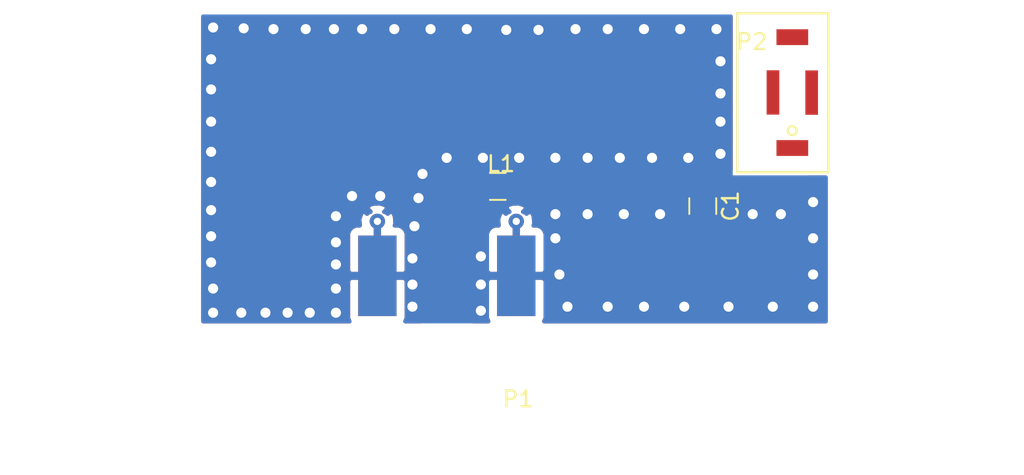
<source format=kicad_pcb>
(kicad_pcb (version 4) (host pcbnew 4.0.5)

  (general
    (links 88)
    (no_connects 5)
    (area 67.498524 99.2384 132.252476 129.595333)
    (thickness 1.6)
    (drawings 4)
    (tracks 0)
    (zones 0)
    (modules 80)
    (nets 6)
  )

  (page A4)
  (layers
    (0 F.Cu signal)
    (31 B.Cu signal)
    (32 B.Adhes user)
    (33 F.Adhes user)
    (34 B.Paste user)
    (35 F.Paste user)
    (36 B.SilkS user)
    (37 F.SilkS user)
    (38 B.Mask user)
    (39 F.Mask user)
    (40 Dwgs.User user)
    (41 Cmts.User user)
    (42 Eco1.User user)
    (43 Eco2.User user)
    (44 Edge.Cuts user)
    (45 Margin user)
    (46 B.CrtYd user)
    (47 F.CrtYd user)
    (48 B.Fab user)
    (49 F.Fab user)
  )

  (setup
    (last_trace_width 0.8382)
    (trace_clearance 0.2)
    (zone_clearance 0.508)
    (zone_45_only no)
    (trace_min 0.1524)
    (segment_width 0.2)
    (edge_width 0.15)
    (via_size 0.6)
    (via_drill 0.4)
    (via_min_size 0.4)
    (via_min_drill 0.3)
    (uvia_size 0.3)
    (uvia_drill 0.1)
    (uvias_allowed no)
    (uvia_min_size 0.2)
    (uvia_min_drill 0.1)
    (pcb_text_width 0.3)
    (pcb_text_size 1.5 1.5)
    (mod_edge_width 0.15)
    (mod_text_size 1 1)
    (mod_text_width 0.15)
    (pad_size 1 1)
    (pad_drill 0.64)
    (pad_to_mask_clearance 0.2)
    (aux_axis_origin 80 120)
    (grid_origin 80 120)
    (visible_elements 7FFEFF7F)
    (pcbplotparams
      (layerselection 0x020f0_80000001)
      (usegerberextensions false)
      (excludeedgelayer true)
      (linewidth 0.025400)
      (plotframeref false)
      (viasonmask false)
      (mode 1)
      (useauxorigin true)
      (hpglpennumber 1)
      (hpglpenspeed 20)
      (hpglpendiameter 15)
      (hpglpenoverlay 2)
      (psnegative false)
      (psa4output false)
      (plotreference true)
      (plotvalue true)
      (plotinvisibletext false)
      (padsonsilk false)
      (subtractmaskfromsilk false)
      (outputformat 1)
      (mirror false)
      (drillshape 0)
      (scaleselection 1)
      (outputdirectory ""))
  )

  (net 0 "")
  (net 1 GND)
  (net 2 "Net-(P2-Pad2)")
  (net 3 "Net-(L1-Pad2)")
  (net 4 "Net-(C1-Pad1)")
  (net 5 "Net-(C1-Pad2)")

  (net_class Default "This is the default net class."
    (clearance 0.2)
    (trace_width 0.8382)
    (via_dia 0.6)
    (via_drill 0.4)
    (uvia_dia 0.3)
    (uvia_drill 0.1)
    (add_net GND)
    (add_net "Net-(C1-Pad1)")
    (add_net "Net-(C1-Pad2)")
    (add_net "Net-(L1-Pad2)")
    (add_net "Net-(P2-Pad2)")
  )

  (module Misc:Via_Stitch_Dia1.00mm_Drill0.64mm (layer F.Cu) (tedit 5903ABD7) (tstamp 5903B394)
    (at 80.889 103.109)
    (fp_text reference REF** (at 0 0.889) (layer F.SilkS) hide
      (effects (font (size 1 1) (thickness 0.15)))
    )
    (fp_text value Via_Stitch_Dia1.00mm_Drill0.64mm (at 0 -0.889) (layer F.Fab)
      (effects (font (size 1 1) (thickness 0.15)))
    )
    (pad 1 thru_hole circle (at 0 0) (size 1 1) (drill 0.64) (layers *.Cu)
      (net 1 GND) (zone_connect 2))
  )

  (module Misc:Via_Stitch_Dia1.00mm_Drill0.64mm (layer F.Cu) (tedit 5903ABD7) (tstamp 5903B38F)
    (at 80.889 105.014)
    (fp_text reference REF** (at 0 0.889) (layer F.SilkS) hide
      (effects (font (size 1 1) (thickness 0.15)))
    )
    (fp_text value Via_Stitch_Dia1.00mm_Drill0.64mm (at 0 -0.889) (layer F.Fab)
      (effects (font (size 1 1) (thickness 0.15)))
    )
    (pad 1 thru_hole circle (at 0 0) (size 1 1) (drill 0.64) (layers *.Cu)
      (net 1 GND) (zone_connect 2))
  )

  (module Misc:Via_Stitch_Dia1.00mm_Drill0.64mm (layer F.Cu) (tedit 5903ABD7) (tstamp 5903B38A)
    (at 80.889 107.046)
    (fp_text reference REF** (at 0 0.889) (layer F.SilkS) hide
      (effects (font (size 1 1) (thickness 0.15)))
    )
    (fp_text value Via_Stitch_Dia1.00mm_Drill0.64mm (at 0 -0.889) (layer F.Fab)
      (effects (font (size 1 1) (thickness 0.15)))
    )
    (pad 1 thru_hole circle (at 0 0) (size 1 1) (drill 0.64) (layers *.Cu)
      (net 1 GND) (zone_connect 2))
  )

  (module Misc:Via_Stitch_Dia1.00mm_Drill0.64mm (layer F.Cu) (tedit 5903ABD7) (tstamp 5903B385)
    (at 80.889 108.951)
    (fp_text reference REF** (at 0 0.889) (layer F.SilkS) hide
      (effects (font (size 1 1) (thickness 0.15)))
    )
    (fp_text value Via_Stitch_Dia1.00mm_Drill0.64mm (at 0 -0.889) (layer F.Fab)
      (effects (font (size 1 1) (thickness 0.15)))
    )
    (pad 1 thru_hole circle (at 0 0) (size 1 1) (drill 0.64) (layers *.Cu)
      (net 1 GND) (zone_connect 2))
  )

  (module Misc:Via_Stitch_Dia1.00mm_Drill0.64mm (layer F.Cu) (tedit 5903ABD7) (tstamp 5903B380)
    (at 80.889 110.856)
    (fp_text reference REF** (at 0 0.889) (layer F.SilkS) hide
      (effects (font (size 1 1) (thickness 0.15)))
    )
    (fp_text value Via_Stitch_Dia1.00mm_Drill0.64mm (at 0 -0.889) (layer F.Fab)
      (effects (font (size 1 1) (thickness 0.15)))
    )
    (pad 1 thru_hole circle (at 0 0) (size 1 1) (drill 0.64) (layers *.Cu)
      (net 1 GND) (zone_connect 2))
  )

  (module Misc:Via_Stitch_Dia1.00mm_Drill0.64mm (layer F.Cu) (tedit 5903ABD7) (tstamp 5903B37B)
    (at 80.889 112.634)
    (fp_text reference REF** (at 0 0.889) (layer F.SilkS) hide
      (effects (font (size 1 1) (thickness 0.15)))
    )
    (fp_text value Via_Stitch_Dia1.00mm_Drill0.64mm (at 0 -0.889) (layer F.Fab)
      (effects (font (size 1 1) (thickness 0.15)))
    )
    (pad 1 thru_hole circle (at 0 0) (size 1 1) (drill 0.64) (layers *.Cu)
      (net 1 GND) (zone_connect 2))
  )

  (module Misc:Via_Stitch_Dia1.00mm_Drill0.64mm (layer F.Cu) (tedit 5903ABD7) (tstamp 5903B376)
    (at 80.889 114.285)
    (fp_text reference REF** (at 0 0.889) (layer F.SilkS) hide
      (effects (font (size 1 1) (thickness 0.15)))
    )
    (fp_text value Via_Stitch_Dia1.00mm_Drill0.64mm (at 0 -0.889) (layer F.Fab)
      (effects (font (size 1 1) (thickness 0.15)))
    )
    (pad 1 thru_hole circle (at 0 0) (size 1 1) (drill 0.64) (layers *.Cu)
      (net 1 GND) (zone_connect 2))
  )

  (module Misc:Via_Stitch_Dia1.00mm_Drill0.64mm (layer F.Cu) (tedit 5903ABD7) (tstamp 5903B371)
    (at 80.889 115.936)
    (fp_text reference REF** (at 0 0.889) (layer F.SilkS) hide
      (effects (font (size 1 1) (thickness 0.15)))
    )
    (fp_text value Via_Stitch_Dia1.00mm_Drill0.64mm (at 0 -0.889) (layer F.Fab)
      (effects (font (size 1 1) (thickness 0.15)))
    )
    (pad 1 thru_hole circle (at 0 0) (size 1 1) (drill 0.64) (layers *.Cu)
      (net 1 GND) (zone_connect 2))
  )

  (module Misc:Via_Stitch_Dia1.00mm_Drill0.64mm (layer F.Cu) (tedit 5903ABD7) (tstamp 5903B36C)
    (at 81.016 117.587)
    (fp_text reference REF** (at 0 0.889) (layer F.SilkS) hide
      (effects (font (size 1 1) (thickness 0.15)))
    )
    (fp_text value Via_Stitch_Dia1.00mm_Drill0.64mm (at 0 -0.889) (layer F.Fab)
      (effects (font (size 1 1) (thickness 0.15)))
    )
    (pad 1 thru_hole circle (at 0 0) (size 1 1) (drill 0.64) (layers *.Cu)
      (net 1 GND) (zone_connect 2))
  )

  (module Misc:Via_Stitch_Dia1.00mm_Drill0.64mm (layer F.Cu) (tedit 5903ABD7) (tstamp 5903B367)
    (at 81.016 119.111)
    (fp_text reference REF** (at 0 0.889) (layer F.SilkS) hide
      (effects (font (size 1 1) (thickness 0.15)))
    )
    (fp_text value Via_Stitch_Dia1.00mm_Drill0.64mm (at 0 -0.889) (layer F.Fab)
      (effects (font (size 1 1) (thickness 0.15)))
    )
    (pad 1 thru_hole circle (at 0 0) (size 1 1) (drill 0.64) (layers *.Cu)
      (net 1 GND) (zone_connect 2))
  )

  (module Misc:Via_Stitch_Dia1.00mm_Drill0.64mm (layer F.Cu) (tedit 5903ABD7) (tstamp 5903B362)
    (at 82.794 119.111)
    (fp_text reference REF** (at 0 0.889) (layer F.SilkS) hide
      (effects (font (size 1 1) (thickness 0.15)))
    )
    (fp_text value Via_Stitch_Dia1.00mm_Drill0.64mm (at 0 -0.889) (layer F.Fab)
      (effects (font (size 1 1) (thickness 0.15)))
    )
    (pad 1 thru_hole circle (at 0 0) (size 1 1) (drill 0.64) (layers *.Cu)
      (net 1 GND) (zone_connect 2))
  )

  (module Misc:Via_Stitch_Dia1.00mm_Drill0.64mm (layer F.Cu) (tedit 5903ABD7) (tstamp 5903B35D)
    (at 84.318 119.111)
    (fp_text reference REF** (at 0 0.889) (layer F.SilkS) hide
      (effects (font (size 1 1) (thickness 0.15)))
    )
    (fp_text value Via_Stitch_Dia1.00mm_Drill0.64mm (at 0 -0.889) (layer F.Fab)
      (effects (font (size 1 1) (thickness 0.15)))
    )
    (pad 1 thru_hole circle (at 0 0) (size 1 1) (drill 0.64) (layers *.Cu)
      (net 1 GND) (zone_connect 2))
  )

  (module Misc:Via_Stitch_Dia1.00mm_Drill0.64mm (layer F.Cu) (tedit 5903ABD7) (tstamp 5903B358)
    (at 85.715 119.111)
    (fp_text reference REF** (at 0 0.889) (layer F.SilkS) hide
      (effects (font (size 1 1) (thickness 0.15)))
    )
    (fp_text value Via_Stitch_Dia1.00mm_Drill0.64mm (at 0 -0.889) (layer F.Fab)
      (effects (font (size 1 1) (thickness 0.15)))
    )
    (pad 1 thru_hole circle (at 0 0) (size 1 1) (drill 0.64) (layers *.Cu)
      (net 1 GND) (zone_connect 2))
  )

  (module Misc:Via_Stitch_Dia1.00mm_Drill0.64mm (layer F.Cu) (tedit 5903ABD7) (tstamp 5903B349)
    (at 87.112 119.111)
    (fp_text reference REF** (at 0 0.889) (layer F.SilkS) hide
      (effects (font (size 1 1) (thickness 0.15)))
    )
    (fp_text value Via_Stitch_Dia1.00mm_Drill0.64mm (at 0 -0.889) (layer F.Fab)
      (effects (font (size 1 1) (thickness 0.15)))
    )
    (pad 1 thru_hole circle (at 0 0) (size 1 1) (drill 0.64) (layers *.Cu)
      (net 1 GND) (zone_connect 2))
  )

  (module Misc:Via_Stitch_Dia1.00mm_Drill0.64mm (layer F.Cu) (tedit 5903ABD7) (tstamp 5903B344)
    (at 88.763 119.111)
    (fp_text reference REF** (at 0 0.889) (layer F.SilkS) hide
      (effects (font (size 1 1) (thickness 0.15)))
    )
    (fp_text value Via_Stitch_Dia1.00mm_Drill0.64mm (at 0 -0.889) (layer F.Fab)
      (effects (font (size 1 1) (thickness 0.15)))
    )
    (pad 1 thru_hole circle (at 0 0) (size 1 1) (drill 0.64) (layers *.Cu)
      (net 1 GND) (zone_connect 2))
  )

  (module Misc:Via_Stitch_Dia1.00mm_Drill0.64mm (layer F.Cu) (tedit 5903ABD7) (tstamp 5903B33F)
    (at 88.763 117.587)
    (fp_text reference REF** (at 0 0.889) (layer F.SilkS) hide
      (effects (font (size 1 1) (thickness 0.15)))
    )
    (fp_text value Via_Stitch_Dia1.00mm_Drill0.64mm (at 0 -0.889) (layer F.Fab)
      (effects (font (size 1 1) (thickness 0.15)))
    )
    (pad 1 thru_hole circle (at 0 0) (size 1 1) (drill 0.64) (layers *.Cu)
      (net 1 GND) (zone_connect 2))
  )

  (module Misc:Via_Stitch_Dia1.00mm_Drill0.64mm (layer F.Cu) (tedit 5903ABD7) (tstamp 5903B33A)
    (at 88.763 116.063)
    (fp_text reference REF** (at 0 0.889) (layer F.SilkS) hide
      (effects (font (size 1 1) (thickness 0.15)))
    )
    (fp_text value Via_Stitch_Dia1.00mm_Drill0.64mm (at 0 -0.889) (layer F.Fab)
      (effects (font (size 1 1) (thickness 0.15)))
    )
    (pad 1 thru_hole circle (at 0 0) (size 1 1) (drill 0.64) (layers *.Cu)
      (net 1 GND) (zone_connect 2))
  )

  (module Misc:Via_Stitch_Dia1.00mm_Drill0.64mm (layer F.Cu) (tedit 5903ABD7) (tstamp 5903B335)
    (at 88.763 114.666)
    (fp_text reference REF** (at 0 0.889) (layer F.SilkS) hide
      (effects (font (size 1 1) (thickness 0.15)))
    )
    (fp_text value Via_Stitch_Dia1.00mm_Drill0.64mm (at 0 -0.889) (layer F.Fab)
      (effects (font (size 1 1) (thickness 0.15)))
    )
    (pad 1 thru_hole circle (at 0 0) (size 1 1) (drill 0.64) (layers *.Cu)
      (net 1 GND) (zone_connect 2))
  )

  (module Misc:Via_Stitch_Dia1.00mm_Drill0.64mm (layer F.Cu) (tedit 5903ABD7) (tstamp 5903B330)
    (at 88.763 113.015)
    (fp_text reference REF** (at 0 0.889) (layer F.SilkS) hide
      (effects (font (size 1 1) (thickness 0.15)))
    )
    (fp_text value Via_Stitch_Dia1.00mm_Drill0.64mm (at 0 -0.889) (layer F.Fab)
      (effects (font (size 1 1) (thickness 0.15)))
    )
    (pad 1 thru_hole circle (at 0 0) (size 1 1) (drill 0.64) (layers *.Cu)
      (net 1 GND) (zone_connect 2))
  )

  (module Misc:Via_Stitch_Dia1.00mm_Drill0.64mm (layer F.Cu) (tedit 5903ABD7) (tstamp 5903B32B)
    (at 89.779 111.745)
    (fp_text reference REF** (at 0 0.889) (layer F.SilkS) hide
      (effects (font (size 1 1) (thickness 0.15)))
    )
    (fp_text value Via_Stitch_Dia1.00mm_Drill0.64mm (at 0 -0.889) (layer F.Fab)
      (effects (font (size 1 1) (thickness 0.15)))
    )
    (pad 1 thru_hole circle (at 0 0) (size 1 1) (drill 0.64) (layers *.Cu)
      (net 1 GND) (zone_connect 2))
  )

  (module Misc:Via_Stitch_Dia1.00mm_Drill0.64mm (layer F.Cu) (tedit 5903ABD7) (tstamp 5903B326)
    (at 97.907 118.984)
    (fp_text reference REF** (at 0 0.889) (layer F.SilkS) hide
      (effects (font (size 1 1) (thickness 0.15)))
    )
    (fp_text value Via_Stitch_Dia1.00mm_Drill0.64mm (at 0 -0.889) (layer F.Fab)
      (effects (font (size 1 1) (thickness 0.15)))
    )
    (pad 1 thru_hole circle (at 0 0) (size 1 1) (drill 0.64) (layers *.Cu)
      (net 1 GND) (zone_connect 2))
  )

  (module Misc:Via_Stitch_Dia1.00mm_Drill0.64mm (layer F.Cu) (tedit 5903ABD7) (tstamp 5903B321)
    (at 97.907 117.333)
    (fp_text reference REF** (at 0 0.889) (layer F.SilkS) hide
      (effects (font (size 1 1) (thickness 0.15)))
    )
    (fp_text value Via_Stitch_Dia1.00mm_Drill0.64mm (at 0 -0.889) (layer F.Fab)
      (effects (font (size 1 1) (thickness 0.15)))
    )
    (pad 1 thru_hole circle (at 0 0) (size 1 1) (drill 0.64) (layers *.Cu)
      (net 1 GND) (zone_connect 2))
  )

  (module Misc:Via_Stitch_Dia1.00mm_Drill0.64mm (layer F.Cu) (tedit 5903ABD7) (tstamp 5903B31B)
    (at 91.557 111.745)
    (fp_text reference REF** (at 0 0.889) (layer F.SilkS) hide
      (effects (font (size 1 1) (thickness 0.15)))
    )
    (fp_text value Via_Stitch_Dia1.00mm_Drill0.64mm (at 0 -0.889) (layer F.Fab)
      (effects (font (size 1 1) (thickness 0.15)))
    )
    (pad 1 thru_hole circle (at 0 0) (size 1 1) (drill 0.64) (layers *.Cu)
      (net 1 GND) (zone_connect 2))
  )

  (module Misc:Via_Stitch_Dia1.00mm_Drill0.64mm (layer F.Cu) (tedit 5903ABD7) (tstamp 5903B316)
    (at 97.907 115.555)
    (fp_text reference REF** (at 0 0.889) (layer F.SilkS) hide
      (effects (font (size 1 1) (thickness 0.15)))
    )
    (fp_text value Via_Stitch_Dia1.00mm_Drill0.64mm (at 0 -0.889) (layer F.Fab)
      (effects (font (size 1 1) (thickness 0.15)))
    )
    (pad 1 thru_hole circle (at 0 0) (size 1 1) (drill 0.64) (layers *.Cu)
      (net 1 GND) (zone_connect 2))
  )

  (module Misc:Via_Stitch_Dia1.00mm_Drill0.64mm (layer F.Cu) (tedit 5903ABD7) (tstamp 5903B311)
    (at 93.589 118.73)
    (fp_text reference REF** (at 0 0.889) (layer F.SilkS) hide
      (effects (font (size 1 1) (thickness 0.15)))
    )
    (fp_text value Via_Stitch_Dia1.00mm_Drill0.64mm (at 0 -0.889) (layer F.Fab)
      (effects (font (size 1 1) (thickness 0.15)))
    )
    (pad 1 thru_hole circle (at 0 0) (size 1 1) (drill 0.64) (layers *.Cu)
      (net 1 GND) (zone_connect 2))
  )

  (module Misc:Via_Stitch_Dia1.00mm_Drill0.64mm (layer F.Cu) (tedit 5903ABD7) (tstamp 5903B30C)
    (at 93.589 117.333)
    (fp_text reference REF** (at 0 0.889) (layer F.SilkS) hide
      (effects (font (size 1 1) (thickness 0.15)))
    )
    (fp_text value Via_Stitch_Dia1.00mm_Drill0.64mm (at 0 -0.889) (layer F.Fab)
      (effects (font (size 1 1) (thickness 0.15)))
    )
    (pad 1 thru_hole circle (at 0 0) (size 1 1) (drill 0.64) (layers *.Cu)
      (net 1 GND) (zone_connect 2))
  )

  (module Misc:Via_Stitch_Dia1.00mm_Drill0.64mm (layer F.Cu) (tedit 5903ABD7) (tstamp 5903B302)
    (at 93.589 115.682)
    (fp_text reference REF** (at 0 0.889) (layer F.SilkS) hide
      (effects (font (size 1 1) (thickness 0.15)))
    )
    (fp_text value Via_Stitch_Dia1.00mm_Drill0.64mm (at 0 -0.889) (layer F.Fab)
      (effects (font (size 1 1) (thickness 0.15)))
    )
    (pad 1 thru_hole circle (at 0 0) (size 1 1) (drill 0.64) (layers *.Cu)
      (net 1 GND) (zone_connect 2))
  )

  (module Misc:Via_Stitch_Dia1.00mm_Drill0.64mm (layer F.Cu) (tedit 5903ABD7) (tstamp 5903B2FD)
    (at 93.716 113.65)
    (fp_text reference REF** (at 0 0.889) (layer F.SilkS) hide
      (effects (font (size 1 1) (thickness 0.15)))
    )
    (fp_text value Via_Stitch_Dia1.00mm_Drill0.64mm (at 0 -0.889) (layer F.Fab)
      (effects (font (size 1 1) (thickness 0.15)))
    )
    (pad 1 thru_hole circle (at 0 0) (size 1 1) (drill 0.64) (layers *.Cu)
      (net 1 GND) (zone_connect 2))
  )

  (module Misc:Via_Stitch_Dia1.00mm_Drill0.64mm (layer F.Cu) (tedit 5903ABD7) (tstamp 5903B2F8)
    (at 93.97 111.872)
    (fp_text reference REF** (at 0 0.889) (layer F.SilkS) hide
      (effects (font (size 1 1) (thickness 0.15)))
    )
    (fp_text value Via_Stitch_Dia1.00mm_Drill0.64mm (at 0 -0.889) (layer F.Fab)
      (effects (font (size 1 1) (thickness 0.15)))
    )
    (pad 1 thru_hole circle (at 0 0) (size 1 1) (drill 0.64) (layers *.Cu)
      (net 1 GND) (zone_connect 2))
  )

  (module Misc:Via_Stitch_Dia1.00mm_Drill0.64mm (layer F.Cu) (tedit 5903ABD7) (tstamp 5903B2F3)
    (at 94.224 110.348)
    (fp_text reference REF** (at 0 0.889) (layer F.SilkS) hide
      (effects (font (size 1 1) (thickness 0.15)))
    )
    (fp_text value Via_Stitch_Dia1.00mm_Drill0.64mm (at 0 -0.889) (layer F.Fab)
      (effects (font (size 1 1) (thickness 0.15)))
    )
    (pad 1 thru_hole circle (at 0 0) (size 1 1) (drill 0.64) (layers *.Cu)
      (net 1 GND) (zone_connect 2))
  )

  (module Misc:Via_Stitch_Dia1.00mm_Drill0.64mm (layer F.Cu) (tedit 5903ABD7) (tstamp 5903B2EE)
    (at 95.748 109.332)
    (fp_text reference REF** (at 0 0.889) (layer F.SilkS) hide
      (effects (font (size 1 1) (thickness 0.15)))
    )
    (fp_text value Via_Stitch_Dia1.00mm_Drill0.64mm (at 0 -0.889) (layer F.Fab)
      (effects (font (size 1 1) (thickness 0.15)))
    )
    (pad 1 thru_hole circle (at 0 0) (size 1 1) (drill 0.64) (layers *.Cu)
      (net 1 GND) (zone_connect 2))
  )

  (module Misc:Via_Stitch_Dia1.00mm_Drill0.64mm (layer F.Cu) (tedit 5903ABD7) (tstamp 5903B2E9)
    (at 98.034 109.332)
    (fp_text reference REF** (at 0 0.889) (layer F.SilkS) hide
      (effects (font (size 1 1) (thickness 0.15)))
    )
    (fp_text value Via_Stitch_Dia1.00mm_Drill0.64mm (at 0 -0.889) (layer F.Fab)
      (effects (font (size 1 1) (thickness 0.15)))
    )
    (pad 1 thru_hole circle (at 0 0) (size 1 1) (drill 0.64) (layers *.Cu)
      (net 1 GND) (zone_connect 2))
  )

  (module Misc:Via_Stitch_Dia1.00mm_Drill0.64mm (layer F.Cu) (tedit 5903ABD7) (tstamp 5903B2E4)
    (at 100.32 109.332)
    (fp_text reference REF** (at 0 0.889) (layer F.SilkS) hide
      (effects (font (size 1 1) (thickness 0.15)))
    )
    (fp_text value Via_Stitch_Dia1.00mm_Drill0.64mm (at 0 -0.889) (layer F.Fab)
      (effects (font (size 1 1) (thickness 0.15)))
    )
    (pad 1 thru_hole circle (at 0 0) (size 1 1) (drill 0.64) (layers *.Cu)
      (net 1 GND) (zone_connect 2))
  )

  (module Misc:Via_Stitch_Dia1.00mm_Drill0.64mm (layer F.Cu) (tedit 5903ABD7) (tstamp 5903B2DF)
    (at 102.606 109.332)
    (fp_text reference REF** (at 0 0.889) (layer F.SilkS) hide
      (effects (font (size 1 1) (thickness 0.15)))
    )
    (fp_text value Via_Stitch_Dia1.00mm_Drill0.64mm (at 0 -0.889) (layer F.Fab)
      (effects (font (size 1 1) (thickness 0.15)))
    )
    (pad 1 thru_hole circle (at 0 0) (size 1 1) (drill 0.64) (layers *.Cu)
      (net 1 GND) (zone_connect 2))
  )

  (module Misc:Via_Stitch_Dia1.00mm_Drill0.64mm (layer F.Cu) (tedit 5903ABD7) (tstamp 5903B2DA)
    (at 104.638 109.332)
    (fp_text reference REF** (at 0 0.889) (layer F.SilkS) hide
      (effects (font (size 1 1) (thickness 0.15)))
    )
    (fp_text value Via_Stitch_Dia1.00mm_Drill0.64mm (at 0 -0.889) (layer F.Fab)
      (effects (font (size 1 1) (thickness 0.15)))
    )
    (pad 1 thru_hole circle (at 0 0) (size 1 1) (drill 0.64) (layers *.Cu)
      (net 1 GND) (zone_connect 2))
  )

  (module Misc:Via_Stitch_Dia1.00mm_Drill0.64mm (layer F.Cu) (tedit 5903ABD7) (tstamp 5903B2D5)
    (at 106.67 109.332)
    (fp_text reference REF** (at 0 0.889) (layer F.SilkS) hide
      (effects (font (size 1 1) (thickness 0.15)))
    )
    (fp_text value Via_Stitch_Dia1.00mm_Drill0.64mm (at 0 -0.889) (layer F.Fab)
      (effects (font (size 1 1) (thickness 0.15)))
    )
    (pad 1 thru_hole circle (at 0 0) (size 1 1) (drill 0.64) (layers *.Cu)
      (net 1 GND) (zone_connect 2))
  )

  (module Misc:Via_Stitch_Dia1.00mm_Drill0.64mm (layer F.Cu) (tedit 5903ABD7) (tstamp 5903B2D0)
    (at 108.702 109.332)
    (fp_text reference REF** (at 0 0.889) (layer F.SilkS) hide
      (effects (font (size 1 1) (thickness 0.15)))
    )
    (fp_text value Via_Stitch_Dia1.00mm_Drill0.64mm (at 0 -0.889) (layer F.Fab)
      (effects (font (size 1 1) (thickness 0.15)))
    )
    (pad 1 thru_hole circle (at 0 0) (size 1 1) (drill 0.64) (layers *.Cu)
      (net 1 GND) (zone_connect 2))
  )

  (module Misc:Via_Stitch_Dia1.00mm_Drill0.64mm (layer F.Cu) (tedit 5903ABD7) (tstamp 5903B2CB)
    (at 110.988 109.332)
    (fp_text reference REF** (at 0 0.889) (layer F.SilkS) hide
      (effects (font (size 1 1) (thickness 0.15)))
    )
    (fp_text value Via_Stitch_Dia1.00mm_Drill0.64mm (at 0 -0.889) (layer F.Fab)
      (effects (font (size 1 1) (thickness 0.15)))
    )
    (pad 1 thru_hole circle (at 0 0) (size 1 1) (drill 0.64) (layers *.Cu)
      (net 1 GND) (zone_connect 2))
  )

  (module Misc:Via_Stitch_Dia1.00mm_Drill0.64mm (layer F.Cu) (tedit 5903ABD7) (tstamp 5903B2C6)
    (at 115.052 112.888)
    (fp_text reference REF** (at 0 0.889) (layer F.SilkS) hide
      (effects (font (size 1 1) (thickness 0.15)))
    )
    (fp_text value Via_Stitch_Dia1.00mm_Drill0.64mm (at 0 -0.889) (layer F.Fab)
      (effects (font (size 1 1) (thickness 0.15)))
    )
    (pad 1 thru_hole circle (at 0 0) (size 1 1) (drill 0.64) (layers *.Cu)
      (net 1 GND) (zone_connect 2))
  )

  (module Misc:Via_Stitch_Dia1.00mm_Drill0.64mm (layer F.Cu) (tedit 5903ABD7) (tstamp 5903B2C1)
    (at 116.83 112.888)
    (fp_text reference REF** (at 0 0.889) (layer F.SilkS) hide
      (effects (font (size 1 1) (thickness 0.15)))
    )
    (fp_text value Via_Stitch_Dia1.00mm_Drill0.64mm (at 0 -0.889) (layer F.Fab)
      (effects (font (size 1 1) (thickness 0.15)))
    )
    (pad 1 thru_hole circle (at 0 0) (size 1 1) (drill 0.64) (layers *.Cu)
      (net 1 GND) (zone_connect 2))
  )

  (module Misc:Via_Stitch_Dia1.00mm_Drill0.64mm (layer F.Cu) (tedit 5903ABD7) (tstamp 5903B2BC)
    (at 109.21 112.888)
    (fp_text reference REF** (at 0 0.889) (layer F.SilkS) hide
      (effects (font (size 1 1) (thickness 0.15)))
    )
    (fp_text value Via_Stitch_Dia1.00mm_Drill0.64mm (at 0 -0.889) (layer F.Fab)
      (effects (font (size 1 1) (thickness 0.15)))
    )
    (pad 1 thru_hole circle (at 0 0) (size 1 1) (drill 0.64) (layers *.Cu)
      (net 1 GND) (zone_connect 2))
  )

  (module Misc:Via_Stitch_Dia1.00mm_Drill0.64mm (layer F.Cu) (tedit 5903ABD7) (tstamp 5903B2B7)
    (at 106.924 112.888)
    (fp_text reference REF** (at 0 0.889) (layer F.SilkS) hide
      (effects (font (size 1 1) (thickness 0.15)))
    )
    (fp_text value Via_Stitch_Dia1.00mm_Drill0.64mm (at 0 -0.889) (layer F.Fab)
      (effects (font (size 1 1) (thickness 0.15)))
    )
    (pad 1 thru_hole circle (at 0 0) (size 1 1) (drill 0.64) (layers *.Cu)
      (net 1 GND) (zone_connect 2))
  )

  (module Misc:Via_Stitch_Dia1.00mm_Drill0.64mm (layer F.Cu) (tedit 5903ABD7) (tstamp 5903B2B1)
    (at 104.638 112.888)
    (fp_text reference REF** (at 0 0.889) (layer F.SilkS) hide
      (effects (font (size 1 1) (thickness 0.15)))
    )
    (fp_text value Via_Stitch_Dia1.00mm_Drill0.64mm (at 0 -0.889) (layer F.Fab)
      (effects (font (size 1 1) (thickness 0.15)))
    )
    (pad 1 thru_hole circle (at 0 0) (size 1 1) (drill 0.64) (layers *.Cu)
      (net 1 GND) (zone_connect 2))
  )

  (module Misc:Via_Stitch_Dia1.00mm_Drill0.64mm (layer F.Cu) (tedit 5903ABD7) (tstamp 5903B2AC)
    (at 102.606 112.888)
    (fp_text reference REF** (at 0 0.889) (layer F.SilkS) hide
      (effects (font (size 1 1) (thickness 0.15)))
    )
    (fp_text value Via_Stitch_Dia1.00mm_Drill0.64mm (at 0 -0.889) (layer F.Fab)
      (effects (font (size 1 1) (thickness 0.15)))
    )
    (pad 1 thru_hole circle (at 0 0) (size 1 1) (drill 0.64) (layers *.Cu)
      (net 1 GND) (zone_connect 2))
  )

  (module Misc:Via_Stitch_Dia1.00mm_Drill0.64mm (layer F.Cu) (tedit 5903ABD7) (tstamp 5903B2A7)
    (at 102.606 114.412)
    (fp_text reference REF** (at 0 0.889) (layer F.SilkS) hide
      (effects (font (size 1 1) (thickness 0.15)))
    )
    (fp_text value Via_Stitch_Dia1.00mm_Drill0.64mm (at 0 -0.889) (layer F.Fab)
      (effects (font (size 1 1) (thickness 0.15)))
    )
    (pad 1 thru_hole circle (at 0 0) (size 1 1) (drill 0.64) (layers *.Cu)
      (net 1 GND) (zone_connect 2))
  )

  (module Misc:Via_Stitch_Dia1.00mm_Drill0.64mm (layer F.Cu) (tedit 5903ABD7) (tstamp 5903B2A2)
    (at 102.86 116.698)
    (fp_text reference REF** (at 0 0.889) (layer F.SilkS) hide
      (effects (font (size 1 1) (thickness 0.15)))
    )
    (fp_text value Via_Stitch_Dia1.00mm_Drill0.64mm (at 0 -0.889) (layer F.Fab)
      (effects (font (size 1 1) (thickness 0.15)))
    )
    (pad 1 thru_hole circle (at 0 0) (size 1 1) (drill 0.64) (layers *.Cu)
      (net 1 GND) (zone_connect 2))
  )

  (module Misc:Via_Stitch_Dia1.00mm_Drill0.64mm (layer F.Cu) (tedit 5903ABD7) (tstamp 5903B29D)
    (at 103.368 118.73)
    (fp_text reference REF** (at 0 0.889) (layer F.SilkS) hide
      (effects (font (size 1 1) (thickness 0.15)))
    )
    (fp_text value Via_Stitch_Dia1.00mm_Drill0.64mm (at 0 -0.889) (layer F.Fab)
      (effects (font (size 1 1) (thickness 0.15)))
    )
    (pad 1 thru_hole circle (at 0 0) (size 1 1) (drill 0.64) (layers *.Cu)
      (net 1 GND) (zone_connect 2))
  )

  (module Misc:Via_Stitch_Dia1.00mm_Drill0.64mm (layer F.Cu) (tedit 5903ABD7) (tstamp 5903B298)
    (at 105.908 118.73)
    (fp_text reference REF** (at 0 0.889) (layer F.SilkS) hide
      (effects (font (size 1 1) (thickness 0.15)))
    )
    (fp_text value Via_Stitch_Dia1.00mm_Drill0.64mm (at 0 -0.889) (layer F.Fab)
      (effects (font (size 1 1) (thickness 0.15)))
    )
    (pad 1 thru_hole circle (at 0 0) (size 1 1) (drill 0.64) (layers *.Cu)
      (net 1 GND) (zone_connect 2))
  )

  (module Misc:Via_Stitch_Dia1.00mm_Drill0.64mm (layer F.Cu) (tedit 5903ABD7) (tstamp 5903B293)
    (at 108.194 118.73)
    (fp_text reference REF** (at 0 0.889) (layer F.SilkS) hide
      (effects (font (size 1 1) (thickness 0.15)))
    )
    (fp_text value Via_Stitch_Dia1.00mm_Drill0.64mm (at 0 -0.889) (layer F.Fab)
      (effects (font (size 1 1) (thickness 0.15)))
    )
    (pad 1 thru_hole circle (at 0 0) (size 1 1) (drill 0.64) (layers *.Cu)
      (net 1 GND) (zone_connect 2))
  )

  (module Misc:Via_Stitch_Dia1.00mm_Drill0.64mm (layer F.Cu) (tedit 5903ABD7) (tstamp 5903B28E)
    (at 110.734 118.73)
    (fp_text reference REF** (at 0 0.889) (layer F.SilkS) hide
      (effects (font (size 1 1) (thickness 0.15)))
    )
    (fp_text value Via_Stitch_Dia1.00mm_Drill0.64mm (at 0 -0.889) (layer F.Fab)
      (effects (font (size 1 1) (thickness 0.15)))
    )
    (pad 1 thru_hole circle (at 0 0) (size 1 1) (drill 0.64) (layers *.Cu)
      (net 1 GND) (zone_connect 2))
  )

  (module Misc:Via_Stitch_Dia1.00mm_Drill0.64mm (layer F.Cu) (tedit 5903ABD7) (tstamp 5903B289)
    (at 113.528 118.73)
    (fp_text reference REF** (at 0 0.889) (layer F.SilkS) hide
      (effects (font (size 1 1) (thickness 0.15)))
    )
    (fp_text value Via_Stitch_Dia1.00mm_Drill0.64mm (at 0 -0.889) (layer F.Fab)
      (effects (font (size 1 1) (thickness 0.15)))
    )
    (pad 1 thru_hole circle (at 0 0) (size 1 1) (drill 0.64) (layers *.Cu)
      (net 1 GND) (zone_connect 2))
  )

  (module Misc:Via_Stitch_Dia1.00mm_Drill0.64mm (layer F.Cu) (tedit 5903ABD7) (tstamp 5903B284)
    (at 116.322 118.73)
    (fp_text reference REF** (at 0 0.889) (layer F.SilkS) hide
      (effects (font (size 1 1) (thickness 0.15)))
    )
    (fp_text value Via_Stitch_Dia1.00mm_Drill0.64mm (at 0 -0.889) (layer F.Fab)
      (effects (font (size 1 1) (thickness 0.15)))
    )
    (pad 1 thru_hole circle (at 0 0) (size 1 1) (drill 0.64) (layers *.Cu)
      (net 1 GND) (zone_connect 2))
  )

  (module Misc:Via_Stitch_Dia1.00mm_Drill0.64mm (layer F.Cu) (tedit 5903ABD7) (tstamp 5903B27F)
    (at 118.862 118.73)
    (fp_text reference REF** (at 0 0.889) (layer F.SilkS) hide
      (effects (font (size 1 1) (thickness 0.15)))
    )
    (fp_text value Via_Stitch_Dia1.00mm_Drill0.64mm (at 0 -0.889) (layer F.Fab)
      (effects (font (size 1 1) (thickness 0.15)))
    )
    (pad 1 thru_hole circle (at 0 0) (size 1 1) (drill 0.64) (layers *.Cu)
      (net 1 GND) (zone_connect 2))
  )

  (module Misc:Via_Stitch_Dia1.00mm_Drill0.64mm (layer F.Cu) (tedit 5903ABD7) (tstamp 5903B27A)
    (at 118.862 116.698)
    (fp_text reference REF** (at 0 0.889) (layer F.SilkS) hide
      (effects (font (size 1 1) (thickness 0.15)))
    )
    (fp_text value Via_Stitch_Dia1.00mm_Drill0.64mm (at 0 -0.889) (layer F.Fab)
      (effects (font (size 1 1) (thickness 0.15)))
    )
    (pad 1 thru_hole circle (at 0 0) (size 1 1) (drill 0.64) (layers *.Cu)
      (net 1 GND) (zone_connect 2))
  )

  (module Misc:Via_Stitch_Dia1.00mm_Drill0.64mm (layer F.Cu) (tedit 5903ABD7) (tstamp 5903B271)
    (at 118.862 114.412)
    (fp_text reference REF** (at 0 0.889) (layer F.SilkS) hide
      (effects (font (size 1 1) (thickness 0.15)))
    )
    (fp_text value Via_Stitch_Dia1.00mm_Drill0.64mm (at 0 -0.889) (layer F.Fab)
      (effects (font (size 1 1) (thickness 0.15)))
    )
    (pad 1 thru_hole circle (at 0 0) (size 1 1) (drill 0.64) (layers *.Cu)
      (net 1 GND) (zone_connect 2))
  )

  (module Misc:Via_Stitch_Dia1.00mm_Drill0.64mm (layer F.Cu) (tedit 5903ABD7) (tstamp 5903B268)
    (at 118.862 112.126)
    (fp_text reference REF** (at 0 0.889) (layer F.SilkS) hide
      (effects (font (size 1 1) (thickness 0.15)))
    )
    (fp_text value Via_Stitch_Dia1.00mm_Drill0.64mm (at 0 -0.889) (layer F.Fab)
      (effects (font (size 1 1) (thickness 0.15)))
    )
    (pad 1 thru_hole circle (at 0 0) (size 1 1) (drill 0.64) (layers *.Cu)
      (net 1 GND) (zone_connect 2))
  )

  (module Misc:Via_Stitch_Dia1.00mm_Drill0.64mm (layer F.Cu) (tedit 5903ABD7) (tstamp 5903B255)
    (at 113.02 109.078)
    (fp_text reference REF** (at 0 0.889) (layer F.SilkS) hide
      (effects (font (size 1 1) (thickness 0.15)))
    )
    (fp_text value Via_Stitch_Dia1.00mm_Drill0.64mm (at 0 -0.889) (layer F.Fab)
      (effects (font (size 1 1) (thickness 0.15)))
    )
    (pad 1 thru_hole circle (at 0 0) (size 1 1) (drill 0.64) (layers *.Cu)
      (net 1 GND) (zone_connect 2))
  )

  (module Misc:Via_Stitch_Dia1.00mm_Drill0.64mm (layer F.Cu) (tedit 5903ABD7) (tstamp 5903B250)
    (at 113.02 107.046)
    (fp_text reference REF** (at 0 0.889) (layer F.SilkS) hide
      (effects (font (size 1 1) (thickness 0.15)))
    )
    (fp_text value Via_Stitch_Dia1.00mm_Drill0.64mm (at 0 -0.889) (layer F.Fab)
      (effects (font (size 1 1) (thickness 0.15)))
    )
    (pad 1 thru_hole circle (at 0 0) (size 1 1) (drill 0.64) (layers *.Cu)
      (net 1 GND) (zone_connect 2))
  )

  (module Misc:Via_Stitch_Dia1.00mm_Drill0.64mm (layer F.Cu) (tedit 5903ABD7) (tstamp 5903B24B)
    (at 113.02 105.268)
    (fp_text reference REF** (at 0 0.889) (layer F.SilkS) hide
      (effects (font (size 1 1) (thickness 0.15)))
    )
    (fp_text value Via_Stitch_Dia1.00mm_Drill0.64mm (at 0 -0.889) (layer F.Fab)
      (effects (font (size 1 1) (thickness 0.15)))
    )
    (pad 1 thru_hole circle (at 0 0) (size 1 1) (drill 0.64) (layers *.Cu)
      (net 1 GND) (zone_connect 2))
  )

  (module Misc:Via_Stitch_Dia1.00mm_Drill0.64mm (layer F.Cu) (tedit 5903ABD7) (tstamp 5903B246)
    (at 113.02 103.236)
    (fp_text reference REF** (at 0 0.889) (layer F.SilkS) hide
      (effects (font (size 1 1) (thickness 0.15)))
    )
    (fp_text value Via_Stitch_Dia1.00mm_Drill0.64mm (at 0 -0.889) (layer F.Fab)
      (effects (font (size 1 1) (thickness 0.15)))
    )
    (pad 1 thru_hole circle (at 0 0) (size 1 1) (drill 0.64) (layers *.Cu)
      (net 1 GND) (zone_connect 2))
  )

  (module Misc:Via_Stitch_Dia1.00mm_Drill0.64mm (layer F.Cu) (tedit 5903ABD7) (tstamp 5903B223)
    (at 112.766 101.204)
    (fp_text reference REF** (at 0 0.889) (layer F.SilkS) hide
      (effects (font (size 1 1) (thickness 0.15)))
    )
    (fp_text value Via_Stitch_Dia1.00mm_Drill0.64mm (at 0 -0.889) (layer F.Fab)
      (effects (font (size 1 1) (thickness 0.15)))
    )
    (pad 1 thru_hole circle (at 0 0) (size 1 1) (drill 0.64) (layers *.Cu)
      (net 1 GND) (zone_connect 2))
  )

  (module Misc:Via_Stitch_Dia1.00mm_Drill0.64mm (layer F.Cu) (tedit 5903ABD7) (tstamp 5903B21E)
    (at 110.48 101.204)
    (fp_text reference REF** (at 0 0.889) (layer F.SilkS) hide
      (effects (font (size 1 1) (thickness 0.15)))
    )
    (fp_text value Via_Stitch_Dia1.00mm_Drill0.64mm (at 0 -0.889) (layer F.Fab)
      (effects (font (size 1 1) (thickness 0.15)))
    )
    (pad 1 thru_hole circle (at 0 0) (size 1 1) (drill 0.64) (layers *.Cu)
      (net 1 GND) (zone_connect 2))
  )

  (module Misc:Via_Stitch_Dia1.00mm_Drill0.64mm (layer F.Cu) (tedit 5903ABD7) (tstamp 5903B219)
    (at 108.194 101.204)
    (fp_text reference REF** (at 0 0.889) (layer F.SilkS) hide
      (effects (font (size 1 1) (thickness 0.15)))
    )
    (fp_text value Via_Stitch_Dia1.00mm_Drill0.64mm (at 0 -0.889) (layer F.Fab)
      (effects (font (size 1 1) (thickness 0.15)))
    )
    (pad 1 thru_hole circle (at 0 0) (size 1 1) (drill 0.64) (layers *.Cu)
      (net 1 GND) (zone_connect 2))
  )

  (module Misc:Via_Stitch_Dia1.00mm_Drill0.64mm (layer F.Cu) (tedit 5903ABD7) (tstamp 5903B214)
    (at 105.908 101.204)
    (fp_text reference REF** (at 0 0.889) (layer F.SilkS) hide
      (effects (font (size 1 1) (thickness 0.15)))
    )
    (fp_text value Via_Stitch_Dia1.00mm_Drill0.64mm (at 0 -0.889) (layer F.Fab)
      (effects (font (size 1 1) (thickness 0.15)))
    )
    (pad 1 thru_hole circle (at 0 0) (size 1 1) (drill 0.64) (layers *.Cu)
      (net 1 GND) (zone_connect 2))
  )

  (module Misc:Via_Stitch_Dia1.00mm_Drill0.64mm (layer F.Cu) (tedit 5903ABD7) (tstamp 5903B20F)
    (at 103.876 101.204)
    (fp_text reference REF** (at 0 0.889) (layer F.SilkS) hide
      (effects (font (size 1 1) (thickness 0.15)))
    )
    (fp_text value Via_Stitch_Dia1.00mm_Drill0.64mm (at 0 -0.889) (layer F.Fab)
      (effects (font (size 1 1) (thickness 0.15)))
    )
    (pad 1 thru_hole circle (at 0 0) (size 1 1) (drill 0.64) (layers *.Cu)
      (net 1 GND) (zone_connect 2))
  )

  (module Misc:Via_Stitch_Dia1.00mm_Drill0.64mm (layer F.Cu) (tedit 5903ABD7) (tstamp 5903B20A)
    (at 101.5392 101.2548)
    (fp_text reference REF** (at 0 0.889) (layer F.SilkS) hide
      (effects (font (size 1 1) (thickness 0.15)))
    )
    (fp_text value Via_Stitch_Dia1.00mm_Drill0.64mm (at 0 -0.889) (layer F.Fab)
      (effects (font (size 1 1) (thickness 0.15)))
    )
    (pad 1 thru_hole circle (at 0 0) (size 1 1) (drill 0.64) (layers *.Cu)
      (net 1 GND) (zone_connect 2))
  )

  (module Misc:Via_Stitch_Dia1.00mm_Drill0.64mm (layer F.Cu) (tedit 5903ABD7) (tstamp 5903B19F)
    (at 99.5072 101.2548)
    (fp_text reference REF** (at 0 0.889) (layer F.SilkS) hide
      (effects (font (size 1 1) (thickness 0.15)))
    )
    (fp_text value Via_Stitch_Dia1.00mm_Drill0.64mm (at 0 -0.889) (layer F.Fab)
      (effects (font (size 1 1) (thickness 0.15)))
    )
    (pad 1 thru_hole circle (at 0 0) (size 1 1) (drill 0.64) (layers *.Cu)
      (net 1 GND) (zone_connect 2))
  )

  (module Misc:Via_Stitch_Dia1.00mm_Drill0.64mm (layer F.Cu) (tedit 5903ABD7) (tstamp 5903B19A)
    (at 97.018 101.204)
    (fp_text reference REF** (at 0 0.889) (layer F.SilkS) hide
      (effects (font (size 1 1) (thickness 0.15)))
    )
    (fp_text value Via_Stitch_Dia1.00mm_Drill0.64mm (at 0 -0.889) (layer F.Fab)
      (effects (font (size 1 1) (thickness 0.15)))
    )
    (pad 1 thru_hole circle (at 0 0) (size 1 1) (drill 0.64) (layers *.Cu)
      (net 1 GND) (zone_connect 2))
  )

  (module Misc:Via_Stitch_Dia1.00mm_Drill0.64mm (layer F.Cu) (tedit 5903ABD7) (tstamp 5903B195)
    (at 94.732 101.204)
    (fp_text reference REF** (at 0 0.889) (layer F.SilkS) hide
      (effects (font (size 1 1) (thickness 0.15)))
    )
    (fp_text value Via_Stitch_Dia1.00mm_Drill0.64mm (at 0 -0.889) (layer F.Fab)
      (effects (font (size 1 1) (thickness 0.15)))
    )
    (pad 1 thru_hole circle (at 0 0) (size 1 1) (drill 0.64) (layers *.Cu)
      (net 1 GND) (zone_connect 2))
  )

  (module Misc:Via_Stitch_Dia1.00mm_Drill0.64mm (layer F.Cu) (tedit 5903ABD7) (tstamp 5903B18F)
    (at 92.446 101.204)
    (fp_text reference REF** (at 0 0.889) (layer F.SilkS) hide
      (effects (font (size 1 1) (thickness 0.15)))
    )
    (fp_text value Via_Stitch_Dia1.00mm_Drill0.64mm (at 0 -0.889) (layer F.Fab)
      (effects (font (size 1 1) (thickness 0.15)))
    )
    (pad 1 thru_hole circle (at 0 0) (size 1 1) (drill 0.64) (layers *.Cu)
      (net 1 GND) (zone_connect 2))
  )

  (module Misc:Via_Stitch_Dia1.00mm_Drill0.64mm (layer F.Cu) (tedit 5903ABD7) (tstamp 5903B188)
    (at 90.414 101.204)
    (fp_text reference REF** (at 0 0.889) (layer F.SilkS) hide
      (effects (font (size 1 1) (thickness 0.15)))
    )
    (fp_text value Via_Stitch_Dia1.00mm_Drill0.64mm (at 0 -0.889) (layer F.Fab)
      (effects (font (size 1 1) (thickness 0.15)))
    )
    (pad 1 thru_hole circle (at 0 0) (size 1 1) (drill 0.64) (layers *.Cu)
      (net 1 GND) (zone_connect 2))
  )

  (module Misc:Via_Stitch_Dia1.00mm_Drill0.64mm (layer F.Cu) (tedit 5903ABD7) (tstamp 5903B183)
    (at 88.636 101.204)
    (fp_text reference REF** (at 0 0.889) (layer F.SilkS) hide
      (effects (font (size 1 1) (thickness 0.15)))
    )
    (fp_text value Via_Stitch_Dia1.00mm_Drill0.64mm (at 0 -0.889) (layer F.Fab)
      (effects (font (size 1 1) (thickness 0.15)))
    )
    (pad 1 thru_hole circle (at 0 0) (size 1 1) (drill 0.64) (layers *.Cu)
      (net 1 GND) (zone_connect 2))
  )

  (module Misc:Via_Stitch_Dia1.00mm_Drill0.64mm (layer F.Cu) (tedit 5903ABD7) (tstamp 5903B17C)
    (at 86.858 101.204)
    (fp_text reference REF** (at 0 0.889) (layer F.SilkS) hide
      (effects (font (size 1 1) (thickness 0.15)))
    )
    (fp_text value Via_Stitch_Dia1.00mm_Drill0.64mm (at 0 -0.889) (layer F.Fab)
      (effects (font (size 1 1) (thickness 0.15)))
    )
    (pad 1 thru_hole circle (at 0 0) (size 1 1) (drill 0.64) (layers *.Cu)
      (net 1 GND) (zone_connect 2))
  )

  (module Misc:Via_Stitch_Dia1.00mm_Drill0.64mm (layer F.Cu) (tedit 5903ABD7) (tstamp 5903B10A)
    (at 84.826 101.204)
    (fp_text reference REF** (at 0 0.889) (layer F.SilkS) hide
      (effects (font (size 1 1) (thickness 0.15)))
    )
    (fp_text value Via_Stitch_Dia1.00mm_Drill0.64mm (at 0 -0.889) (layer F.Fab)
      (effects (font (size 1 1) (thickness 0.15)))
    )
    (pad 1 thru_hole circle (at 0 0) (size 1 1) (drill 0.64) (layers *.Cu)
      (net 1 GND) (zone_connect 2))
  )

  (module Misc:Via_Stitch_Dia1.00mm_Drill0.64mm (layer F.Cu) (tedit 5903ABD7) (tstamp 5903B0F6)
    (at 82.9464 101.1532)
    (fp_text reference REF** (at 0 0.889) (layer F.SilkS) hide
      (effects (font (size 1 1) (thickness 0.15)))
    )
    (fp_text value Via_Stitch_Dia1.00mm_Drill0.64mm (at 0 -0.889) (layer F.Fab)
      (effects (font (size 1 1) (thickness 0.15)))
    )
    (pad 1 thru_hole circle (at 0 0) (size 1 1) (drill 0.64) (layers *.Cu)
      (net 1 GND) (zone_connect 2))
  )

  (module Connectors_Molex:Molex_SMA_Jack_Edge_Mount (layer F.Cu) (tedit 58AFD2A8) (tstamp 58AF69B6)
    (at 95.758 115.062 90)
    (descr "Molex SMA Jack, Edge Mount, http://www.molex.com/pdm_docs/sd/732511150_sd.pdf")
    (tags "sma edge")
    (path /58ACD906)
    (attr smd)
    (fp_text reference P1 (at -9.5 4.5 180) (layer F.SilkS)
      (effects (font (size 1 1) (thickness 0.15)))
    )
    (fp_text value CONN_01X02 (at -9.5 -5.5 90) (layer F.Fab) hide
      (effects (font (size 1 1) (thickness 0.15)))
    )
    (fp_line (start -4.76 -0.38) (end 0.49 -0.38) (layer F.Fab) (width 0.1))
    (fp_line (start -4.76 0.38) (end 0.49 0.38) (layer F.Fab) (width 0.1))
    (fp_line (start 0.49 -0.38) (end 0.49 0.38) (layer F.Fab) (width 0.1))
    (fp_line (start 0.49 3.75) (end 0.49 4.76) (layer F.Fab) (width 0.1))
    (fp_line (start 0.49 -4.76) (end 0.49 -3.75) (layer F.Fab) (width 0.1))
    (fp_line (start -14.29 -6.09) (end -14.29 6.09) (layer F.CrtYd) (width 0.05))
    (fp_line (start -14.29 6.09) (end 2.71 6.09) (layer F.CrtYd) (width 0.05))
    (fp_line (start 2.71 -6.09) (end 2.71 6.09) (layer B.CrtYd) (width 0.05))
    (fp_line (start -14.29 -6.09) (end 2.71 -6.09) (layer B.CrtYd) (width 0.05))
    (fp_line (start -14.29 -6.09) (end -14.29 6.09) (layer B.CrtYd) (width 0.05))
    (fp_line (start -14.29 6.09) (end 2.71 6.09) (layer B.CrtYd) (width 0.05))
    (fp_line (start 2.71 -6.09) (end 2.71 6.09) (layer F.CrtYd) (width 0.05))
    (fp_line (start 2.71 -6.09) (end -14.29 -6.09) (layer F.CrtYd) (width 0.05))
    (fp_line (start -4.76 -3.75) (end 0.49 -3.75) (layer F.Fab) (width 0.1))
    (fp_line (start -4.76 3.75) (end 0.49 3.75) (layer F.Fab) (width 0.1))
    (fp_line (start -13.79 -2.65) (end -5.91 -2.65) (layer F.Fab) (width 0.1))
    (fp_line (start -13.79 -2.65) (end -13.79 2.65) (layer F.Fab) (width 0.1))
    (fp_line (start -13.79 2.65) (end -5.91 2.65) (layer F.Fab) (width 0.1))
    (fp_line (start -4.76 -3.75) (end -4.76 3.75) (layer F.Fab) (width 0.1))
    (fp_line (start 0.49 -4.76) (end -5.91 -4.76) (layer F.Fab) (width 0.1))
    (fp_line (start -5.91 -4.76) (end -5.91 4.76) (layer F.Fab) (width 0.1))
    (fp_line (start -5.91 4.76) (end 0.49 4.76) (layer F.Fab) (width 0.1))
    (pad 1 smd rect (at -1.72 0 90) (size 5.08 2.29) (layers F.Cu F.Paste F.Mask)
      (net 3 "Net-(L1-Pad2)"))
    (pad 2 smd rect (at -1.72 -4.38 90) (size 5.08 2.42) (layers F.Cu F.Paste F.Mask)
      (net 1 GND))
    (pad 2 smd rect (at -1.72 4.38 90) (size 5.08 2.42) (layers F.Cu F.Paste F.Mask)
      (net 1 GND))
    (pad 2 smd rect (at -1.72 -4.38 90) (size 5.08 2.42) (layers B.Cu B.Paste B.Mask)
      (net 1 GND))
    (pad 2 smd rect (at -1.72 4.38 90) (size 5.08 2.42) (layers B.Cu B.Paste B.Mask)
      (net 1 GND))
    (pad 2 thru_hole circle (at 1.72 -4.38 90) (size 0.97 0.97) (drill 0.46) (layers *.Cu)
      (net 1 GND))
    (pad 2 thru_hole circle (at 1.72 4.38 90) (size 0.97 0.97) (drill 0.46) (layers *.Cu)
      (net 1 GND))
    (pad 2 smd rect (at 1.27 -4.38 90) (size 0.89 0.46) (layers F.Cu)
      (net 1 GND))
    (pad 2 smd rect (at 1.27 4.38 90) (size 0.89 0.46) (layers F.Cu)
      (net 1 GND))
    (pad 2 smd rect (at 1.27 -4.38 90) (size 0.89 0.46) (layers B.Cu)
      (net 1 GND))
    (pad 2 smd rect (at 1.27 4.38 90) (size 0.89 0.46) (layers B.Cu)
      (net 1 GND))
  )

  (module MyFootprints:ChipAntenna (layer F.Cu) (tedit 58AF931C) (tstamp 58AF69C4)
    (at 117.5512 108.712 270)
    (path /58AF0B4C)
    (fp_text reference P2 (at -6.712 2.5512 360) (layer F.SilkS)
      (effects (font (size 1 1) (thickness 0.15)))
    )
    (fp_text value CONN_01X02 (at -3.5 -3.4 270) (layer F.Fab) hide
      (effects (font (size 1 1) (thickness 0.15)))
    )
    (fp_circle (center -1.1 0) (end -0.9 0.2) (layer F.SilkS) (width 0.15))
    (fp_line (start 1.52 -2.25) (end 1.52 3.47) (layer F.SilkS) (width 0.15))
    (fp_line (start -8.51 -2.26) (end -8.51 3.47) (layer F.SilkS) (width 0.15))
    (fp_line (start -8.51 3.47) (end -8.49 3.46) (layer F.SilkS) (width 0.15))
    (fp_line (start -8.5 3.47) (end 1.5 3.47) (layer F.SilkS) (width 0.15))
    (fp_line (start -8.5 -2.27) (end 1.5 -2.27) (layer F.SilkS) (width 0.15))
    (pad 2 smd rect (at -3.51 1.22 270) (size 2.8 0.8) (layers F.Cu F.Paste F.Mask)
      (net 2 "Net-(P2-Pad2)"))
    (pad 3 smd rect (at -7 0 270) (size 1 2) (layers F.Cu F.Paste F.Mask))
    (pad 1 smd rect (at 0 0 270) (size 1 2) (layers F.Cu F.Paste F.Mask)
      (net 4 "Net-(C1-Pad1)"))
    (pad 4 smd rect (at -3.5 -1.22 270) (size 2.8 0.8) (layers F.Cu F.Paste F.Mask))
  )

  (module Capacitors_SMD:C_0805_HandSoldering (layer F.Cu) (tedit 5903AFC0) (tstamp 5903ADD6)
    (at 111.9024 112.38 270)
    (descr "Capacitor SMD 0805, hand soldering")
    (tags "capacitor 0805")
    (path /5901213F)
    (attr smd)
    (fp_text reference C1 (at 0 -1.75 270) (layer F.SilkS)
      (effects (font (size 1 1) (thickness 0.15)))
    )
    (fp_text value "1 pF" (at 0 1.75 270) (layer F.Fab)
      (effects (font (size 1 1) (thickness 0.15)))
    )
    (fp_text user %R (at 2.286 -0.2286 360) (layer F.Fab)
      (effects (font (size 1 1) (thickness 0.15)))
    )
    (fp_line (start -1 0.62) (end -1 -0.62) (layer F.Fab) (width 0.1))
    (fp_line (start 1 0.62) (end -1 0.62) (layer F.Fab) (width 0.1))
    (fp_line (start 1 -0.62) (end 1 0.62) (layer F.Fab) (width 0.1))
    (fp_line (start -1 -0.62) (end 1 -0.62) (layer F.Fab) (width 0.1))
    (fp_line (start 0.5 -0.85) (end -0.5 -0.85) (layer F.SilkS) (width 0.12))
    (fp_line (start -0.5 0.85) (end 0.5 0.85) (layer F.SilkS) (width 0.12))
    (fp_line (start -2.25 -0.88) (end 2.25 -0.88) (layer F.CrtYd) (width 0.05))
    (fp_line (start -2.25 -0.88) (end -2.25 0.87) (layer F.CrtYd) (width 0.05))
    (fp_line (start 2.25 0.87) (end 2.25 -0.88) (layer F.CrtYd) (width 0.05))
    (fp_line (start 2.25 0.87) (end -2.25 0.87) (layer F.CrtYd) (width 0.05))
    (pad 1 smd rect (at -1.25 0 270) (size 1.5 1.25) (layers F.Cu F.Paste F.Mask)
      (net 4 "Net-(C1-Pad1)"))
    (pad 2 smd rect (at 1.25 0 270) (size 1.5 1.25) (layers F.Cu F.Paste F.Mask)
      (net 5 "Net-(C1-Pad2)"))
    (model Capacitors_SMD.3dshapes/C_0805.wrl
      (at (xyz 0 0 0))
      (scale (xyz 1 1 1))
      (rotate (xyz 0 0 0))
    )
  )

  (module Capacitors_SMD:C_0805_HandSoldering (layer F.Cu) (tedit 5903AFB0) (tstamp 5903ADE7)
    (at 98.9738 111.1354 180)
    (descr "Capacitor SMD 0805, hand soldering")
    (tags "capacitor 0805")
    (path /590121C6)
    (attr smd)
    (fp_text reference L1 (at -0.2032 1.4224 180) (layer F.SilkS)
      (effects (font (size 1 1) (thickness 0.15)))
    )
    (fp_text value "4.7 nH" (at 0 1.75 180) (layer F.Fab)
      (effects (font (size 1 1) (thickness 0.15)))
    )
    (fp_text user %R (at -0.3302 2.8194 180) (layer F.Fab)
      (effects (font (size 1 1) (thickness 0.15)))
    )
    (fp_line (start -1 0.62) (end -1 -0.62) (layer F.Fab) (width 0.1))
    (fp_line (start 1 0.62) (end -1 0.62) (layer F.Fab) (width 0.1))
    (fp_line (start 1 -0.62) (end 1 0.62) (layer F.Fab) (width 0.1))
    (fp_line (start -1 -0.62) (end 1 -0.62) (layer F.Fab) (width 0.1))
    (fp_line (start 0.5 -0.85) (end -0.5 -0.85) (layer F.SilkS) (width 0.12))
    (fp_line (start -0.5 0.85) (end 0.5 0.85) (layer F.SilkS) (width 0.12))
    (fp_line (start -2.25 -0.88) (end 2.25 -0.88) (layer F.CrtYd) (width 0.05))
    (fp_line (start -2.25 -0.88) (end -2.25 0.87) (layer F.CrtYd) (width 0.05))
    (fp_line (start 2.25 0.87) (end 2.25 -0.88) (layer F.CrtYd) (width 0.05))
    (fp_line (start 2.25 0.87) (end -2.25 0.87) (layer F.CrtYd) (width 0.05))
    (pad 1 smd rect (at -1.25 0 180) (size 1.5 1.25) (layers F.Cu F.Paste F.Mask)
      (net 4 "Net-(C1-Pad1)"))
    (pad 2 smd rect (at 1.25 0 180) (size 1.5 1.25) (layers F.Cu F.Paste F.Mask)
      (net 3 "Net-(L1-Pad2)"))
    (model Capacitors_SMD.3dshapes/C_0805.wrl
      (at (xyz 0 0 0))
      (scale (xyz 1 1 1))
      (rotate (xyz 0 0 0))
    )
  )

  (module Misc:Via_Stitch_Dia1.00mm_Drill0.64mm (layer F.Cu) (tedit 5903ABD7) (tstamp 5903B0D6)
    (at 81.016 101.1024)
    (fp_text reference REF** (at 0 0.889) (layer F.SilkS) hide
      (effects (font (size 1 1) (thickness 0.15)))
    )
    (fp_text value Via_Stitch_Dia1.00mm_Drill0.64mm (at 0 -0.889) (layer F.Fab)
      (effects (font (size 1 1) (thickness 0.15)))
    )
    (pad 1 thru_hole circle (at 0 0) (size 1 1) (drill 0.64) (layers *.Cu)
      (net 1 GND) (zone_connect 2))
  )

  (gr_line (start 120 100) (end 80 100) (angle 90) (layer Margin) (width 0.2))
  (gr_line (start 120 120) (end 120 100) (angle 90) (layer Margin) (width 0.2))
  (gr_line (start 80 120) (end 120 120) (angle 90) (layer Margin) (width 0.2))
  (gr_line (start 80 100) (end 80 120) (angle 90) (layer Margin) (width 0.2))

  (zone (net 1) (net_name GND) (layer F.Cu) (tstamp 58AFD327) (hatch edge 0.508)
    (connect_pads (clearance 0.508))
    (min_thickness 0.254)
    (fill yes (arc_segments 16) (thermal_gap 0.508) (thermal_bridge_width 0.508))
    (polygon
      (pts
        (xy 113.792 110.4392) (xy 119.7864 110.4392) (xy 119.7864 119.7864) (xy 80.264 119.7864) (xy 80.264 100.2792)
        (xy 113.792 100.2792)
      )
    )
    (filled_polygon
      (pts
        (xy 119.6594 119.6594) (xy 101.895563 119.6594) (xy 101.983 119.448309) (xy 101.983 117.06775) (xy 101.82425 116.909)
        (xy 100.265 116.909) (xy 100.265 116.929) (xy 100.011 116.929) (xy 100.011 116.909) (xy 98.45175 116.909)
        (xy 98.293 117.06775) (xy 98.293 119.448309) (xy 98.380437 119.6594) (xy 97.441005 119.6594) (xy 97.499431 119.57389)
        (xy 97.55044 119.322) (xy 97.55044 114.242) (xy 97.526674 114.115691) (xy 98.293 114.115691) (xy 98.293 116.49625)
        (xy 98.45175 116.655) (xy 100.011 116.655) (xy 100.011 116.635) (xy 100.265 116.635) (xy 100.265 116.655)
        (xy 101.82425 116.655) (xy 101.983 116.49625) (xy 101.983 114.115691) (xy 101.886327 113.882302) (xy 101.707699 113.703673)
        (xy 101.47431 113.607) (xy 101.230129 113.607) (xy 101.271149 113.483436) (xy 101.239018 113.039032) (xy 101.130768 112.777692)
        (xy 100.9172 112.742405) (xy 100.789315 112.87029) (xy 100.727699 112.808673) (xy 100.560838 112.739557) (xy 100.737595 112.5628)
        (xy 100.702308 112.349232) (xy 100.279436 112.208851) (xy 99.835032 112.240982) (xy 99.573692 112.349232) (xy 99.538405 112.5628)
        (xy 99.715162 112.739557) (xy 99.548301 112.808673) (xy 99.486685 112.87029) (xy 99.3588 112.742405) (xy 99.145232 112.777692)
        (xy 99.004851 113.200564) (xy 99.034237 113.607) (xy 98.80169 113.607) (xy 98.568301 113.703673) (xy 98.389673 113.882302)
        (xy 98.293 114.115691) (xy 97.526674 114.115691) (xy 97.506162 114.006683) (xy 97.36709 113.790559) (xy 97.15489 113.645569)
        (xy 96.903 113.59456) (xy 96.8121 113.59456) (xy 96.8121 112.2045) (xy 117.094 112.2045) (xy 117.497387 112.124261)
        (xy 117.839361 111.895761) (xy 118.296561 111.438562) (xy 118.489104 111.1504) (xy 118.525061 111.096587) (xy 118.6053 110.6932)
        (xy 118.6053 110.5662) (xy 119.6594 110.5662)
      )
    )
    (filled_polygon
      (pts
        (xy 113.665 110.0963) (xy 95.8596 110.0963) (xy 95.456213 110.176539) (xy 95.114239 110.405039) (xy 95.012639 110.506639)
        (xy 94.784139 110.848613) (xy 94.7039 111.252) (xy 94.7039 113.59456) (xy 94.613 113.59456) (xy 94.377683 113.638838)
        (xy 94.161559 113.77791) (xy 94.016569 113.99011) (xy 93.96556 114.242) (xy 93.96556 119.322) (xy 94.009838 119.557317)
        (xy 94.075527 119.6594) (xy 93.135563 119.6594) (xy 93.223 119.448309) (xy 93.223 117.06775) (xy 93.06425 116.909)
        (xy 91.505 116.909) (xy 91.505 116.929) (xy 91.251 116.929) (xy 91.251 116.909) (xy 89.69175 116.909)
        (xy 89.533 117.06775) (xy 89.533 119.448309) (xy 89.620437 119.6594) (xy 80.391 119.6594) (xy 80.391 114.115691)
        (xy 89.533 114.115691) (xy 89.533 116.49625) (xy 89.69175 116.655) (xy 91.251 116.655) (xy 91.251 116.635)
        (xy 91.505 116.635) (xy 91.505 116.655) (xy 93.06425 116.655) (xy 93.223 116.49625) (xy 93.223 114.115691)
        (xy 93.126327 113.882302) (xy 92.947699 113.703673) (xy 92.71431 113.607) (xy 92.470129 113.607) (xy 92.511149 113.483436)
        (xy 92.479018 113.039032) (xy 92.370768 112.777692) (xy 92.1572 112.742405) (xy 92.029315 112.87029) (xy 91.967699 112.808673)
        (xy 91.800838 112.739557) (xy 91.977595 112.5628) (xy 91.942308 112.349232) (xy 91.519436 112.208851) (xy 91.075032 112.240982)
        (xy 90.813692 112.349232) (xy 90.778405 112.5628) (xy 90.955162 112.739557) (xy 90.788301 112.808673) (xy 90.726685 112.87029)
        (xy 90.5988 112.742405) (xy 90.385232 112.777692) (xy 90.244851 113.200564) (xy 90.274237 113.607) (xy 90.04169 113.607)
        (xy 89.808301 113.703673) (xy 89.629673 113.882302) (xy 89.533 114.115691) (xy 80.391 114.115691) (xy 80.391 100.4062)
        (xy 113.665 100.4062)
      )
    )
  )
  (zone (net 1) (net_name GND) (layer B.Cu) (tstamp 58AFD327) (hatch edge 0.508)
    (connect_pads (clearance 0.508))
    (min_thickness 0.254)
    (fill yes (arc_segments 16) (thermal_gap 0.508) (thermal_bridge_width 0.508))
    (polygon
      (pts
        (xy 113.792 110.4392) (xy 119.7864 110.4392) (xy 119.7864 119.7864) (xy 80.264 119.7864) (xy 80.264 100.2792)
        (xy 113.792 100.2792)
      )
    )
    (filled_polygon
      (pts
        (xy 113.665 110.4392) (xy 113.675006 110.48861) (xy 113.703447 110.530235) (xy 113.745841 110.557515) (xy 113.792 110.5662)
        (xy 119.6594 110.5662) (xy 119.6594 119.6594) (xy 101.895563 119.6594) (xy 101.983 119.448309) (xy 101.983 117.06775)
        (xy 101.82425 116.909) (xy 100.265 116.909) (xy 100.265 116.929) (xy 100.011 116.929) (xy 100.011 116.909)
        (xy 98.45175 116.909) (xy 98.293 117.06775) (xy 98.293 119.448309) (xy 98.380437 119.6594) (xy 93.135563 119.6594)
        (xy 93.223 119.448309) (xy 93.223 117.06775) (xy 93.06425 116.909) (xy 91.505 116.909) (xy 91.505 116.929)
        (xy 91.251 116.929) (xy 91.251 116.909) (xy 89.69175 116.909) (xy 89.533 117.06775) (xy 89.533 119.448309)
        (xy 89.620437 119.6594) (xy 80.391 119.6594) (xy 80.391 114.115691) (xy 89.533 114.115691) (xy 89.533 116.49625)
        (xy 89.69175 116.655) (xy 91.251 116.655) (xy 91.251 116.635) (xy 91.505 116.635) (xy 91.505 116.655)
        (xy 93.06425 116.655) (xy 93.223 116.49625) (xy 93.223 114.115691) (xy 98.293 114.115691) (xy 98.293 116.49625)
        (xy 98.45175 116.655) (xy 100.011 116.655) (xy 100.011 116.635) (xy 100.265 116.635) (xy 100.265 116.655)
        (xy 101.82425 116.655) (xy 101.983 116.49625) (xy 101.983 114.115691) (xy 101.886327 113.882302) (xy 101.707699 113.703673)
        (xy 101.47431 113.607) (xy 101.230129 113.607) (xy 101.271149 113.483436) (xy 101.239018 113.039032) (xy 101.130768 112.777692)
        (xy 100.9172 112.742405) (xy 100.789315 112.87029) (xy 100.727699 112.808673) (xy 100.560838 112.739557) (xy 100.737595 112.5628)
        (xy 100.702308 112.349232) (xy 100.279436 112.208851) (xy 99.835032 112.240982) (xy 99.573692 112.349232) (xy 99.538405 112.5628)
        (xy 99.715162 112.739557) (xy 99.548301 112.808673) (xy 99.486685 112.87029) (xy 99.3588 112.742405) (xy 99.145232 112.777692)
        (xy 99.004851 113.200564) (xy 99.034237 113.607) (xy 98.80169 113.607) (xy 98.568301 113.703673) (xy 98.389673 113.882302)
        (xy 98.293 114.115691) (xy 93.223 114.115691) (xy 93.126327 113.882302) (xy 92.947699 113.703673) (xy 92.71431 113.607)
        (xy 92.470129 113.607) (xy 92.511149 113.483436) (xy 92.479018 113.039032) (xy 92.370768 112.777692) (xy 92.1572 112.742405)
        (xy 92.029315 112.87029) (xy 91.967699 112.808673) (xy 91.800838 112.739557) (xy 91.977595 112.5628) (xy 91.942308 112.349232)
        (xy 91.519436 112.208851) (xy 91.075032 112.240982) (xy 90.813692 112.349232) (xy 90.778405 112.5628) (xy 90.955162 112.739557)
        (xy 90.788301 112.808673) (xy 90.726685 112.87029) (xy 90.5988 112.742405) (xy 90.385232 112.777692) (xy 90.244851 113.200564)
        (xy 90.274237 113.607) (xy 90.04169 113.607) (xy 89.808301 113.703673) (xy 89.629673 113.882302) (xy 89.533 114.115691)
        (xy 80.391 114.115691) (xy 80.391 100.4062) (xy 113.665 100.4062)
      )
    )
  )
)

</source>
